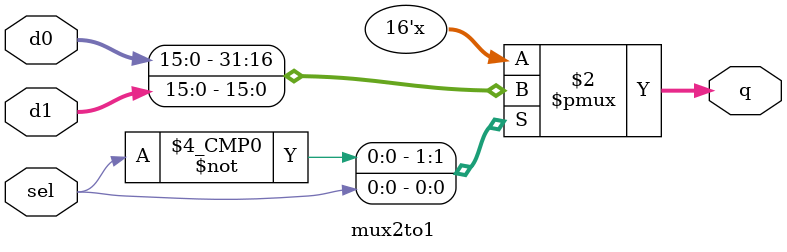
<source format=v>
module top_module(
    input [31:0] a,
    input [31:0] b,
    output [31:0] sum
);
wire sel ;
wire [15:0] sum_16_0, sum_16_1 ;

add16 add16_1( .a(a[15:0]), .b(b[15:0]), .cin(0), .sum(sum[15:0]), .cout(sel) );
add16 add16_2( .a(a[31:16]), .b(b[31:16]), .cin(0), .sum(sum_16_0), .cout() );
add16 add16_3( .a(a[31:16]), .b(b[31:16]), .cin(1), .sum(sum_16_1), .cout() );
mux2to1 mux2to1_1 (.d0(sum_16_0), .d1(sum_16_1),.sel(sel), .q(sum[31:16]));

endmodule


/* _______________________________module of mux2to1_______________________________ */

module mux2to1 (
    input [15:0] d0, d1,
    input  sel, 
    output reg [15:0] q
);
always @(*) begin
    case (sel)
        1'd0: q=d0; 
        1'd1: q=d1; 
        default: q=d0; 
    endcase
end

endmodule

</source>
